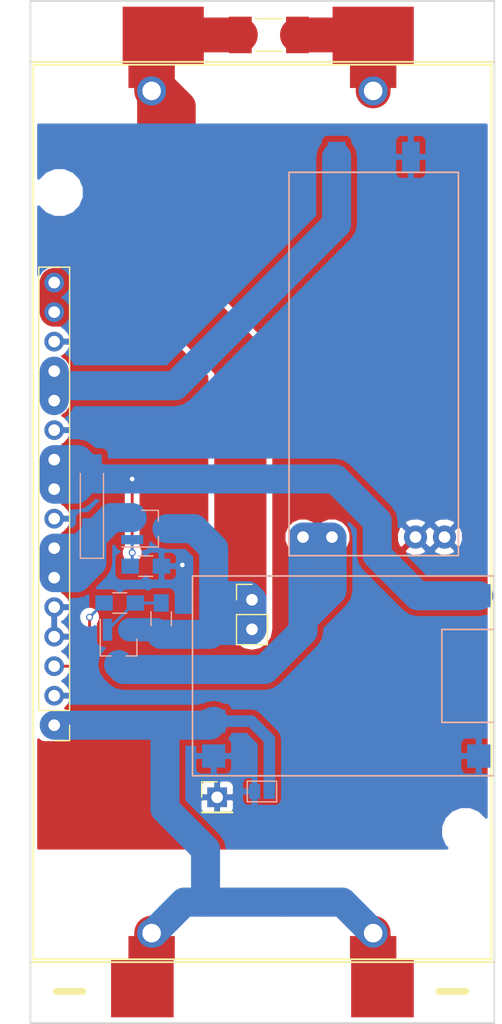
<source format=kicad_pcb>
(kicad_pcb (version 4) (host pcbnew 4.0.7)

  (general
    (links 51)
    (no_connects 0)
    (area 17.101401 16.55904 60.554211 105.275001)
    (thickness 1.6)
    (drawings 6)
    (tracks 125)
    (zones 0)
    (modules 15)
    (nets 11)
  )

  (page A4)
  (layers
    (0 F.Cu signal)
    (31 B.Cu signal)
    (32 B.Adhes user)
    (33 F.Adhes user)
    (34 B.Paste user)
    (35 F.Paste user)
    (36 B.SilkS user)
    (37 F.SilkS user)
    (38 B.Mask user)
    (39 F.Mask user)
    (40 Dwgs.User user)
    (41 Cmts.User user)
    (42 Eco1.User user)
    (43 Eco2.User user)
    (44 Edge.Cuts user)
    (45 Margin user)
    (46 B.CrtYd user)
    (47 F.CrtYd user)
    (48 B.Fab user)
    (49 F.Fab user)
  )

  (setup
    (last_trace_width 0.25)
    (user_trace_width 1)
    (user_trace_width 1.5)
    (user_trace_width 2)
    (user_trace_width 2.5)
    (trace_clearance 0.2)
    (zone_clearance 0.508)
    (zone_45_only no)
    (trace_min 0.2)
    (segment_width 0.2)
    (edge_width 0.15)
    (via_size 0.6)
    (via_drill 0.4)
    (via_min_size 0.4)
    (via_min_drill 0.3)
    (uvia_size 0.3)
    (uvia_drill 0.1)
    (uvias_allowed no)
    (uvia_min_size 0.2)
    (uvia_min_drill 0.1)
    (pcb_text_width 0.3)
    (pcb_text_size 1.5 1.5)
    (mod_edge_width 0.15)
    (mod_text_size 1 1)
    (mod_text_width 0.15)
    (pad_size 2.6 2.6)
    (pad_drill 1.3)
    (pad_to_mask_clearance 0.2)
    (aux_axis_origin 59.79902 17.20724)
    (grid_origin 59.8 17.2)
    (visible_elements 7FFFFF7F)
    (pcbplotparams
      (layerselection 0x010f0_80000001)
      (usegerberextensions true)
      (usegerberattributes true)
      (excludeedgelayer true)
      (linewidth 0.200000)
      (plotframeref false)
      (viasonmask false)
      (mode 1)
      (useauxorigin true)
      (hpglpennumber 1)
      (hpglpenspeed 20)
      (hpglpendiameter 15)
      (hpglpenoverlay 2)
      (psnegative false)
      (psa4output false)
      (plotreference false)
      (plotvalue false)
      (plotinvisibletext false)
      (padsonsilk false)
      (subtractmaskfromsilk false)
      (outputformat 1)
      (mirror false)
      (drillshape 0)
      (scaleselection 1)
      (outputdirectory gerbers/))
  )

  (net 0 "")
  (net 1 "Net-(BT1-Pad2)")
  (net 2 +BATT)
  (net 3 -BATT)
  (net 4 +VSW)
  (net 5 +5V)
  (net 6 GND)
  (net 7 DCDC_EN)
  (net 8 +5VA)
  (net 9 "Net-(Q2-Pad1)")
  (net 10 "Net-(Q2-Pad3)")

  (net_class Default "This is the default net class."
    (clearance 0.2)
    (trace_width 0.25)
    (via_dia 0.6)
    (via_drill 0.4)
    (uvia_dia 0.3)
    (uvia_drill 0.1)
    (add_net +5V)
    (add_net +5VA)
    (add_net +BATT)
    (add_net +VSW)
    (add_net -BATT)
    (add_net DCDC_EN)
    (add_net GND)
    (add_net "Net-(BT1-Pad2)")
    (add_net "Net-(Q2-Pad1)")
    (add_net "Net-(Q2-Pad3)")
  )

  (module footprints:KEYSTONE_1048 (layer F.Cu) (tedit 59A8AD20) (tstamp 590D2338)
    (at 39.8 61.2)
    (path /590D1921)
    (fp_text reference BT1 (at -17.62138 37.30804) (layer F.SilkS) hide
      (effects (font (size 1 1) (thickness 0.15)))
    )
    (fp_text value 2x_Battery_Holder (at 0.37862 -29.59196) (layer F.Fab) hide
      (effects (font (size 1 1) (thickness 0.15)))
    )
    (fp_line (start -19.75 -38.5) (end -19.75 38.5) (layer F.SilkS) (width 0.15))
    (fp_line (start -19.75 38.5) (end 19.75 38.5) (layer F.SilkS) (width 0.15))
    (fp_line (start 19.75 -38.5) (end 19.75 38.5) (layer F.SilkS) (width 0.15))
    (fp_line (start -19.75 -38.5) (end 19.75 -38.5) (layer F.SilkS) (width 0.15))
    (pad 1 smd rect (at -8.55 -41) (size 7 5) (layers F.Cu F.Paste F.Mask)
      (net 2 +BATT))
    (pad 2 smd rect (at 9.55 -41) (size 7 5) (layers F.Cu F.Paste F.Mask)
      (net 1 "Net-(BT1-Pad2)"))
    (pad 3 smd rect (at -10.35 41) (size 5.4 5) (layers F.Cu F.Paste F.Mask)
      (net 3 -BATT))
    (pad 4 smd rect (at 10.35 41) (size 5.4 5) (layers F.Cu F.Paste F.Mask)
      (net 3 -BATT))
    (pad "" np_thru_hole circle (at 17.2 -36) (size 1.7 1.7) (drill 1.7) (layers *.Cu *.Mask))
    (pad "" np_thru_hole circle (at -17.5 -27.5) (size 3 3) (drill 3) (layers *.Cu *.Mask))
    (pad "" np_thru_hole circle (at 17.5 27.5) (size 3 3) (drill 3) (layers *.Cu *.Mask))
    (pad 1 smd rect (at -9.55 -37.5) (size 4 2) (layers F.Cu F.Paste F.Mask)
      (net 2 +BATT))
    (pad 2 smd rect (at 9.55 -37.5) (size 4 2) (layers F.Cu F.Paste F.Mask)
      (net 1 "Net-(BT1-Pad2)"))
    (pad 3 smd rect (at -9.55 37.5) (size 4 2) (layers F.Cu F.Paste F.Mask)
      (net 3 -BATT))
    (pad 4 smd rect (at 9.55 37.5) (size 4 2) (layers F.Cu F.Paste F.Mask)
      (net 3 -BATT))
  )

  (module footprints:BLM_18650_PC4 (layer F.Cu) (tedit 59A8AD24) (tstamp 590D15A9)
    (at 39.8 61.2)
    (path /590D1DD3)
    (fp_text reference BT2 (at -17.67586 39.70804) (layer F.SilkS) hide
      (effects (font (size 1 1) (thickness 0.15)))
    )
    (fp_text value 2x_Battery_Holder (at -0.12138 -27.49196) (layer B.Fab) hide
      (effects (font (size 1 1) (thickness 0.15)) (justify mirror))
    )
    (fp_line (start -20 -38.75) (end -20 38.75) (layer F.SilkS) (width 0.15))
    (fp_line (start -20 38.75) (end 20 38.75) (layer F.SilkS) (width 0.15))
    (fp_line (start 20 -38.75) (end 20 38.75) (layer F.SilkS) (width 0.15))
    (fp_line (start -20 -38.75) (end 20 -38.75) (layer F.SilkS) (width 0.15))
    (pad 1 thru_hole circle (at -9.55 -36.25) (size 2.5 2.5) (drill 1.6) (layers *.Cu *.Mask)
      (net 2 +BATT))
    (pad 2 thru_hole circle (at 9.55 -36.25) (size 2.5 2.5) (drill 1.6) (layers *.Cu *.Mask)
      (net 1 "Net-(BT1-Pad2)"))
    (pad 3 thru_hole circle (at -9.55 36.25) (size 2.5 2.5) (drill 1.6) (layers *.Cu *.Mask)
      (net 3 -BATT))
    (pad 4 thru_hole circle (at 9.55 36.25) (size 2.5 2.5) (drill 1.6) (layers *.Cu *.Mask)
      (net 3 -BATT))
  )

  (module Fuse_Holders_and_Fuses:Fuse_0679H (layer F.Cu) (tedit 59AF20DF) (tstamp 59A89C3E)
    (at 40.35982 20.13404)
    (descr "0679H Series, 2410 Size")
    (tags Fuse)
    (path /59A89BD5)
    (attr smd)
    (fp_text reference F1 (at 0 -2.6) (layer F.SilkS) hide
      (effects (font (size 1 1) (thickness 0.15)))
    )
    (fp_text value 1A (at 0 2.6) (layer F.Fab) hide
      (effects (font (size 1 1) (thickness 0.15)))
    )
    (fp_line (start -3.7 1.85) (end -3.7 -1.85) (layer F.CrtYd) (width 0.05))
    (fp_line (start 3.7 1.85) (end -3.7 1.85) (layer F.CrtYd) (width 0.05))
    (fp_line (start 3.7 -1.85) (end 3.7 1.85) (layer F.CrtYd) (width 0.05))
    (fp_line (start -3.7 -1.85) (end 3.7 -1.85) (layer F.CrtYd) (width 0.05))
    (fp_line (start -1.2 1.4) (end 1.2 1.4) (layer F.SilkS) (width 0.12))
    (fp_line (start -1.2 -1.4) (end 1.2 -1.4) (layer F.SilkS) (width 0.12))
    (fp_line (start -3.05 1.27) (end -3.05 -1.27) (layer F.Fab) (width 0.1))
    (fp_line (start 3.05 1.27) (end -3.05 1.27) (layer F.Fab) (width 0.1))
    (fp_line (start 3.05 -1.27) (end 3.05 1.27) (layer F.Fab) (width 0.1))
    (fp_line (start -3.05 -1.27) (end 3.05 -1.27) (layer F.Fab) (width 0.1))
    (pad 2 smd rect (at 2.46 0) (size 1.96 3.15) (layers F.Cu F.Paste F.Mask)
      (net 1 "Net-(BT1-Pad2)"))
    (pad 1 smd rect (at -2.46 0) (size 1.96 3.15) (layers F.Cu F.Paste F.Mask)
      (net 2 +BATT))
  )

  (module Diodes_SMD:D_MiniMELF_Handsoldering (layer B.Cu) (tedit 5B022D6D) (tstamp 5ADFAC58)
    (at 25.09902 60.63224 90)
    (descr "Diode Mini-MELF Handsoldering")
    (tags "Diode Mini-MELF Handsoldering")
    (path /5ADFEDD6)
    (attr smd)
    (fp_text reference D1 (at 0 1.75 90) (layer B.SilkS) hide
      (effects (font (size 1 1) (thickness 0.15)) (justify mirror))
    )
    (fp_text value SS14 (at 0 -1.75 90) (layer B.Fab)
      (effects (font (size 1 1) (thickness 0.15)) (justify mirror))
    )
    (fp_text user %R (at 0 1.75 90) (layer B.Fab)
      (effects (font (size 1 1) (thickness 0.15)) (justify mirror))
    )
    (fp_line (start 2.75 1) (end -4.55 1) (layer B.SilkS) (width 0.12))
    (fp_line (start -4.55 1) (end -4.55 -1) (layer B.SilkS) (width 0.12))
    (fp_line (start -4.55 -1) (end 2.75 -1) (layer B.SilkS) (width 0.12))
    (fp_line (start 1.65 0.8) (end 1.65 -0.8) (layer B.Fab) (width 0.1))
    (fp_line (start 1.65 -0.8) (end -1.65 -0.8) (layer B.Fab) (width 0.1))
    (fp_line (start -1.65 -0.8) (end -1.65 0.8) (layer B.Fab) (width 0.1))
    (fp_line (start -1.65 0.8) (end 1.65 0.8) (layer B.Fab) (width 0.1))
    (fp_line (start 0.25 0) (end 0.75 0) (layer B.Fab) (width 0.1))
    (fp_line (start 0.25 -0.4) (end -0.35 0) (layer B.Fab) (width 0.1))
    (fp_line (start 0.25 0.4) (end 0.25 -0.4) (layer B.Fab) (width 0.1))
    (fp_line (start -0.35 0) (end 0.25 0.4) (layer B.Fab) (width 0.1))
    (fp_line (start -0.35 0) (end -0.35 -0.55) (layer B.Fab) (width 0.1))
    (fp_line (start -0.35 0) (end -0.35 0.55) (layer B.Fab) (width 0.1))
    (fp_line (start -0.75 0) (end -0.35 0) (layer B.Fab) (width 0.1))
    (fp_line (start -4.65 1.1) (end 4.65 1.1) (layer B.CrtYd) (width 0.05))
    (fp_line (start 4.65 1.1) (end 4.65 -1.1) (layer B.CrtYd) (width 0.05))
    (fp_line (start 4.65 -1.1) (end -4.65 -1.1) (layer B.CrtYd) (width 0.05))
    (fp_line (start -4.65 -1.1) (end -4.65 1.1) (layer B.CrtYd) (width 0.05))
    (pad 1 smd rect (at -2.75 0 90) (size 3.3 1.7) (layers B.Cu B.Paste B.Mask)
      (net 4 +VSW))
    (pad 2 smd rect (at 2.75 0 90) (size 3.3 1.7) (layers B.Cu B.Paste B.Mask)
      (net 5 +5V))
    (model ${KISYS3DMOD}/Diodes_SMD.3dshapes/D_MiniMELF.wrl
      (at (xyz 0 0 0))
      (scale (xyz 1 1 1))
      (rotate (xyz 0 0 0))
    )
  )

  (module Pin_Headers:Pin_Header_Straight_1x16_Pitch2.54mm (layer F.Cu) (tedit 5B022D2F) (tstamp 5ADFAC6C)
    (at 21.84902 79.55224 180)
    (descr "Through hole straight pin header, 1x16, 2.54mm pitch, single row")
    (tags "Through hole pin header THT 1x16 2.54mm single row")
    (path /5AE011C9)
    (fp_text reference J1 (at 0 -2.33 180) (layer F.SilkS) hide
      (effects (font (size 1 1) (thickness 0.15)))
    )
    (fp_text value Conn_01x16 (at 0 40.43 180) (layer F.Fab)
      (effects (font (size 1 1) (thickness 0.15)))
    )
    (fp_line (start -0.635 -1.27) (end 1.27 -1.27) (layer F.Fab) (width 0.1))
    (fp_line (start 1.27 -1.27) (end 1.27 39.37) (layer F.Fab) (width 0.1))
    (fp_line (start 1.27 39.37) (end -1.27 39.37) (layer F.Fab) (width 0.1))
    (fp_line (start -1.27 39.37) (end -1.27 -0.635) (layer F.Fab) (width 0.1))
    (fp_line (start -1.27 -0.635) (end -0.635 -1.27) (layer F.Fab) (width 0.1))
    (fp_line (start -1.33 39.43) (end 1.33 39.43) (layer F.SilkS) (width 0.12))
    (fp_line (start -1.33 1.27) (end -1.33 39.43) (layer F.SilkS) (width 0.12))
    (fp_line (start 1.33 1.27) (end 1.33 39.43) (layer F.SilkS) (width 0.12))
    (fp_line (start -1.33 1.27) (end 1.33 1.27) (layer F.SilkS) (width 0.12))
    (fp_line (start -1.33 0) (end -1.33 -1.33) (layer F.SilkS) (width 0.12))
    (fp_line (start -1.33 -1.33) (end 0 -1.33) (layer F.SilkS) (width 0.12))
    (fp_line (start -1.8 -1.8) (end -1.8 39.9) (layer F.CrtYd) (width 0.05))
    (fp_line (start -1.8 39.9) (end 1.8 39.9) (layer F.CrtYd) (width 0.05))
    (fp_line (start 1.8 39.9) (end 1.8 -1.8) (layer F.CrtYd) (width 0.05))
    (fp_line (start 1.8 -1.8) (end -1.8 -1.8) (layer F.CrtYd) (width 0.05))
    (fp_text user %R (at 0 19.05 270) (layer F.Fab)
      (effects (font (size 1 1) (thickness 0.15)))
    )
    (pad 1 thru_hole rect (at 0 0 180) (size 1.7 1.7) (drill 1) (layers *.Cu *.Mask)
      (net 3 -BATT))
    (pad 2 thru_hole oval (at 0 2.54 180) (size 1.7 1.7) (drill 1) (layers *.Cu *.Mask)
      (net 6 GND))
    (pad 3 thru_hole oval (at 0 5.08 180) (size 1.7 1.7) (drill 1) (layers *.Cu *.Mask)
      (net 7 DCDC_EN))
    (pad 4 thru_hole oval (at 0 7.62 180) (size 1.7 1.7) (drill 1) (layers *.Cu *.Mask)
      (net 6 GND))
    (pad 5 thru_hole oval (at 0 10.16 180) (size 1.7 1.7) (drill 1) (layers *.Cu *.Mask)
      (net 6 GND))
    (pad 6 thru_hole oval (at 0 12.7 180) (size 1.7 1.7) (drill 1) (layers *.Cu *.Mask)
      (net 4 +VSW))
    (pad 7 thru_hole oval (at 0 15.24 180) (size 1.7 1.7) (drill 1) (layers *.Cu *.Mask)
      (net 4 +VSW))
    (pad 8 thru_hole oval (at 0 17.78 180) (size 1.7 1.7) (drill 1) (layers *.Cu *.Mask)
      (net 6 GND))
    (pad 9 thru_hole oval (at 0 20.32 180) (size 1.7 1.7) (drill 1) (layers *.Cu *.Mask)
      (net 5 +5V))
    (pad 10 thru_hole oval (at 0 22.86 180) (size 1.7 1.7) (drill 1) (layers *.Cu *.Mask)
      (net 5 +5V))
    (pad 11 thru_hole oval (at 0 25.4 180) (size 1.7 1.7) (drill 1) (layers *.Cu *.Mask)
      (net 6 GND))
    (pad 12 thru_hole oval (at 0 27.94 180) (size 1.7 1.7) (drill 1) (layers *.Cu *.Mask)
      (net 8 +5VA))
    (pad 13 thru_hole oval (at 0 30.48 180) (size 1.7 1.7) (drill 1) (layers *.Cu *.Mask)
      (net 8 +5VA))
    (pad 14 thru_hole oval (at 0 33.02 180) (size 1.7 1.7) (drill 1) (layers *.Cu *.Mask)
      (net 6 GND))
    (pad 15 thru_hole oval (at 0 35.56 180) (size 1.7 1.7) (drill 1) (layers *.Cu *.Mask)
      (net 2 +BATT))
    (pad 16 thru_hole oval (at 0 38.1 180) (size 1.7 1.7) (drill 1) (layers *.Cu *.Mask)
      (net 2 +BATT))
    (model ${KISYS3DMOD}/Pin_Headers.3dshapes/Pin_Header_Straight_1x16_Pitch2.54mm.wrl
      (at (xyz 0 0 0))
      (scale (xyz 1 1 1))
      (rotate (xyz 0 0 0))
    )
  )

  (module Connect:GS2 (layer B.Cu) (tedit 5B022D36) (tstamp 5ADFAC72)
    (at 39.75902 85.25724 90)
    (descr "2-pin solder bridge")
    (tags "solder bridge")
    (path /5ADFF910)
    (attr smd)
    (fp_text reference JP1 (at 1.78 0 180) (layer B.SilkS) hide
      (effects (font (size 1 1) (thickness 0.15)) (justify mirror))
    )
    (fp_text value Jumper (at -1.8 0 360) (layer B.Fab)
      (effects (font (size 1 1) (thickness 0.15)) (justify mirror))
    )
    (fp_line (start 1.1 1.45) (end 1.1 -1.5) (layer B.CrtYd) (width 0.05))
    (fp_line (start 1.1 -1.5) (end -1.1 -1.5) (layer B.CrtYd) (width 0.05))
    (fp_line (start -1.1 -1.5) (end -1.1 1.45) (layer B.CrtYd) (width 0.05))
    (fp_line (start -1.1 1.45) (end 1.1 1.45) (layer B.CrtYd) (width 0.05))
    (fp_line (start -0.89 1.27) (end -0.89 -1.27) (layer B.SilkS) (width 0.12))
    (fp_line (start 0.89 -1.27) (end 0.89 1.27) (layer B.SilkS) (width 0.12))
    (fp_line (start 0.89 -1.27) (end -0.89 -1.27) (layer B.SilkS) (width 0.12))
    (fp_line (start -0.89 1.27) (end 0.89 1.27) (layer B.SilkS) (width 0.12))
    (pad 1 smd rect (at 0 0.64 90) (size 1.27 0.97) (layers B.Cu B.Paste B.Mask)
      (net 3 -BATT))
    (pad 2 smd rect (at 0 -0.64 90) (size 1.27 0.97) (layers B.Cu B.Paste B.Mask)
      (net 6 GND))
  )

  (module TO_SOT_Packages_SMD:SOT-23_Handsoldering (layer B.Cu) (tedit 5B022D62) (tstamp 5ADFAC79)
    (at 30.07402 62.63224)
    (descr "SOT-23, Handsoldering")
    (tags SOT-23)
    (path /5ADFED6D)
    (attr smd)
    (fp_text reference Q1 (at 0 2.5) (layer B.SilkS) hide
      (effects (font (size 1 1) (thickness 0.15)) (justify mirror))
    )
    (fp_text value IRLML6401 (at 0 -2.5) (layer B.Fab)
      (effects (font (size 1 1) (thickness 0.15)) (justify mirror))
    )
    (fp_text user %R (at 0 0 270) (layer B.Fab)
      (effects (font (size 0.5 0.5) (thickness 0.075)) (justify mirror))
    )
    (fp_line (start 0.76 -1.58) (end 0.76 -0.65) (layer B.SilkS) (width 0.12))
    (fp_line (start 0.76 1.58) (end 0.76 0.65) (layer B.SilkS) (width 0.12))
    (fp_line (start -2.7 1.75) (end 2.7 1.75) (layer B.CrtYd) (width 0.05))
    (fp_line (start 2.7 1.75) (end 2.7 -1.75) (layer B.CrtYd) (width 0.05))
    (fp_line (start 2.7 -1.75) (end -2.7 -1.75) (layer B.CrtYd) (width 0.05))
    (fp_line (start -2.7 -1.75) (end -2.7 1.75) (layer B.CrtYd) (width 0.05))
    (fp_line (start 0.76 1.58) (end -2.4 1.58) (layer B.SilkS) (width 0.12))
    (fp_line (start -0.7 0.95) (end -0.7 -1.5) (layer B.Fab) (width 0.1))
    (fp_line (start -0.15 1.52) (end 0.7 1.52) (layer B.Fab) (width 0.1))
    (fp_line (start -0.7 0.95) (end -0.15 1.52) (layer B.Fab) (width 0.1))
    (fp_line (start 0.7 1.52) (end 0.7 -1.52) (layer B.Fab) (width 0.1))
    (fp_line (start -0.7 -1.52) (end 0.7 -1.52) (layer B.Fab) (width 0.1))
    (fp_line (start 0.76 -1.58) (end -0.7 -1.58) (layer B.SilkS) (width 0.12))
    (pad 1 smd rect (at -1.5 0.95) (size 1.9 0.8) (layers B.Cu B.Paste B.Mask)
      (net 5 +5V))
    (pad 2 smd rect (at -1.5 -0.95) (size 1.9 0.8) (layers B.Cu B.Paste B.Mask)
      (net 4 +VSW))
    (pad 3 smd rect (at 1.5 0) (size 1.9 0.8) (layers B.Cu B.Paste B.Mask)
      (net 2 +BATT))
    (model ${KISYS3DMOD}/TO_SOT_Packages_SMD.3dshapes\SOT-23.wrl
      (at (xyz 0 0 0))
      (scale (xyz 1 1 1))
      (rotate (xyz 0 0 0))
    )
  )

  (module TO_SOT_Packages_SMD:SOT-23_Handsoldering (layer B.Cu) (tedit 5B022D50) (tstamp 5ADFAC80)
    (at 27.39902 72.83224 270)
    (descr "SOT-23, Handsoldering")
    (tags SOT-23)
    (path /5AE001AF)
    (attr smd)
    (fp_text reference Q2 (at 0 2.5 270) (layer B.SilkS) hide
      (effects (font (size 1 1) (thickness 0.15)) (justify mirror))
    )
    (fp_text value IRLML6401 (at 0 -2.5 270) (layer B.Fab)
      (effects (font (size 1 1) (thickness 0.15)) (justify mirror))
    )
    (fp_text user %R (at 0 0 540) (layer B.Fab)
      (effects (font (size 0.5 0.5) (thickness 0.075)) (justify mirror))
    )
    (fp_line (start 0.76 -1.58) (end 0.76 -0.65) (layer B.SilkS) (width 0.12))
    (fp_line (start 0.76 1.58) (end 0.76 0.65) (layer B.SilkS) (width 0.12))
    (fp_line (start -2.7 1.75) (end 2.7 1.75) (layer B.CrtYd) (width 0.05))
    (fp_line (start 2.7 1.75) (end 2.7 -1.75) (layer B.CrtYd) (width 0.05))
    (fp_line (start 2.7 -1.75) (end -2.7 -1.75) (layer B.CrtYd) (width 0.05))
    (fp_line (start -2.7 -1.75) (end -2.7 1.75) (layer B.CrtYd) (width 0.05))
    (fp_line (start 0.76 1.58) (end -2.4 1.58) (layer B.SilkS) (width 0.12))
    (fp_line (start -0.7 0.95) (end -0.7 -1.5) (layer B.Fab) (width 0.1))
    (fp_line (start -0.15 1.52) (end 0.7 1.52) (layer B.Fab) (width 0.1))
    (fp_line (start -0.7 0.95) (end -0.15 1.52) (layer B.Fab) (width 0.1))
    (fp_line (start 0.7 1.52) (end 0.7 -1.52) (layer B.Fab) (width 0.1))
    (fp_line (start -0.7 -1.52) (end 0.7 -1.52) (layer B.Fab) (width 0.1))
    (fp_line (start 0.76 -1.58) (end -0.7 -1.58) (layer B.SilkS) (width 0.12))
    (pad 1 smd rect (at -1.5 0.95 270) (size 1.9 0.8) (layers B.Cu B.Paste B.Mask)
      (net 9 "Net-(Q2-Pad1)"))
    (pad 2 smd rect (at -1.5 -0.95 270) (size 1.9 0.8) (layers B.Cu B.Paste B.Mask)
      (net 2 +BATT))
    (pad 3 smd rect (at 1.5 0 270) (size 1.9 0.8) (layers B.Cu B.Paste B.Mask)
      (net 10 "Net-(Q2-Pad3)"))
    (model ${KISYS3DMOD}/TO_SOT_Packages_SMD.3dshapes\SOT-23.wrl
      (at (xyz 0 0 0))
      (scale (xyz 1 1 1))
      (rotate (xyz 0 0 0))
    )
  )

  (module Resistors_SMD:R_0805_HandSoldering (layer B.Cu) (tedit 5B022D3D) (tstamp 5ADFAC86)
    (at 29.74902 65.85724)
    (descr "Resistor SMD 0805, hand soldering")
    (tags "resistor 0805")
    (path /5ADFF2E0)
    (attr smd)
    (fp_text reference R1 (at 0 1.7) (layer B.SilkS) hide
      (effects (font (size 1 1) (thickness 0.15)) (justify mirror))
    )
    (fp_text value 10K (at 0 -1.75) (layer B.Fab)
      (effects (font (size 1 1) (thickness 0.15)) (justify mirror))
    )
    (fp_text user %R (at 0 0) (layer B.Fab)
      (effects (font (size 0.5 0.5) (thickness 0.075)) (justify mirror))
    )
    (fp_line (start -1 -0.62) (end -1 0.62) (layer B.Fab) (width 0.1))
    (fp_line (start 1 -0.62) (end -1 -0.62) (layer B.Fab) (width 0.1))
    (fp_line (start 1 0.62) (end 1 -0.62) (layer B.Fab) (width 0.1))
    (fp_line (start -1 0.62) (end 1 0.62) (layer B.Fab) (width 0.1))
    (fp_line (start 0.6 -0.88) (end -0.6 -0.88) (layer B.SilkS) (width 0.12))
    (fp_line (start -0.6 0.88) (end 0.6 0.88) (layer B.SilkS) (width 0.12))
    (fp_line (start -2.35 0.9) (end 2.35 0.9) (layer B.CrtYd) (width 0.05))
    (fp_line (start -2.35 0.9) (end -2.35 -0.9) (layer B.CrtYd) (width 0.05))
    (fp_line (start 2.35 -0.9) (end 2.35 0.9) (layer B.CrtYd) (width 0.05))
    (fp_line (start 2.35 -0.9) (end -2.35 -0.9) (layer B.CrtYd) (width 0.05))
    (pad 1 smd rect (at -1.35 0) (size 1.5 1.3) (layers B.Cu B.Paste B.Mask)
      (net 5 +5V))
    (pad 2 smd rect (at 1.35 0) (size 1.5 1.3) (layers B.Cu B.Paste B.Mask)
      (net 6 GND))
    (model ${KISYS3DMOD}/Resistors_SMD.3dshapes/R_0805.wrl
      (at (xyz 0 0 0))
      (scale (xyz 1 1 1))
      (rotate (xyz 0 0 0))
    )
  )

  (module Resistors_SMD:R_0805_HandSoldering (layer B.Cu) (tedit 5B022D3A) (tstamp 5ADFAC8C)
    (at 31.07402 70.38224 90)
    (descr "Resistor SMD 0805, hand soldering")
    (tags "resistor 0805")
    (path /5AE00298)
    (attr smd)
    (fp_text reference R2 (at 0 1.7 90) (layer B.SilkS) hide
      (effects (font (size 1 1) (thickness 0.15)) (justify mirror))
    )
    (fp_text value 10K (at 0 -1.75 90) (layer B.Fab)
      (effects (font (size 1 1) (thickness 0.15)) (justify mirror))
    )
    (fp_text user %R (at 0 0 90) (layer B.Fab)
      (effects (font (size 0.5 0.5) (thickness 0.075)) (justify mirror))
    )
    (fp_line (start -1 -0.62) (end -1 0.62) (layer B.Fab) (width 0.1))
    (fp_line (start 1 -0.62) (end -1 -0.62) (layer B.Fab) (width 0.1))
    (fp_line (start 1 0.62) (end 1 -0.62) (layer B.Fab) (width 0.1))
    (fp_line (start -1 0.62) (end 1 0.62) (layer B.Fab) (width 0.1))
    (fp_line (start 0.6 -0.88) (end -0.6 -0.88) (layer B.SilkS) (width 0.12))
    (fp_line (start -0.6 0.88) (end 0.6 0.88) (layer B.SilkS) (width 0.12))
    (fp_line (start -2.35 0.9) (end 2.35 0.9) (layer B.CrtYd) (width 0.05))
    (fp_line (start -2.35 0.9) (end -2.35 -0.9) (layer B.CrtYd) (width 0.05))
    (fp_line (start 2.35 -0.9) (end 2.35 0.9) (layer B.CrtYd) (width 0.05))
    (fp_line (start 2.35 -0.9) (end -2.35 -0.9) (layer B.CrtYd) (width 0.05))
    (pad 1 smd rect (at -1.35 0 90) (size 1.5 1.3) (layers B.Cu B.Paste B.Mask)
      (net 2 +BATT))
    (pad 2 smd rect (at 1.35 0 90) (size 1.5 1.3) (layers B.Cu B.Paste B.Mask)
      (net 9 "Net-(Q2-Pad1)"))
    (model ${KISYS3DMOD}/Resistors_SMD.3dshapes/R_0805.wrl
      (at (xyz 0 0 0))
      (scale (xyz 1 1 1))
      (rotate (xyz 0 0 0))
    )
  )

  (module Resistors_SMD:R_0805_HandSoldering (layer B.Cu) (tedit 5B022D4B) (tstamp 5ADFAC92)
    (at 27.49902 69.03224 180)
    (descr "Resistor SMD 0805, hand soldering")
    (tags "resistor 0805")
    (path /5AE003FE)
    (attr smd)
    (fp_text reference R3 (at 0 1.7 180) (layer B.SilkS) hide
      (effects (font (size 1 1) (thickness 0.15)) (justify mirror))
    )
    (fp_text value 1K (at 0 -1.75 180) (layer B.Fab)
      (effects (font (size 1 1) (thickness 0.15)) (justify mirror))
    )
    (fp_text user %R (at 0 0 180) (layer B.Fab)
      (effects (font (size 0.5 0.5) (thickness 0.075)) (justify mirror))
    )
    (fp_line (start -1 -0.62) (end -1 0.62) (layer B.Fab) (width 0.1))
    (fp_line (start 1 -0.62) (end -1 -0.62) (layer B.Fab) (width 0.1))
    (fp_line (start 1 0.62) (end 1 -0.62) (layer B.Fab) (width 0.1))
    (fp_line (start -1 0.62) (end 1 0.62) (layer B.Fab) (width 0.1))
    (fp_line (start 0.6 -0.88) (end -0.6 -0.88) (layer B.SilkS) (width 0.12))
    (fp_line (start -0.6 0.88) (end 0.6 0.88) (layer B.SilkS) (width 0.12))
    (fp_line (start -2.35 0.9) (end 2.35 0.9) (layer B.CrtYd) (width 0.05))
    (fp_line (start -2.35 0.9) (end -2.35 -0.9) (layer B.CrtYd) (width 0.05))
    (fp_line (start 2.35 -0.9) (end 2.35 0.9) (layer B.CrtYd) (width 0.05))
    (fp_line (start 2.35 -0.9) (end -2.35 -0.9) (layer B.CrtYd) (width 0.05))
    (pad 1 smd rect (at -1.35 0 180) (size 1.5 1.3) (layers B.Cu B.Paste B.Mask)
      (net 9 "Net-(Q2-Pad1)"))
    (pad 2 smd rect (at 1.35 0 180) (size 1.5 1.3) (layers B.Cu B.Paste B.Mask)
      (net 7 DCDC_EN))
    (model ${KISYS3DMOD}/Resistors_SMD.3dshapes/R_0805.wrl
      (at (xyz 0 0 0))
      (scale (xyz 1 1 1))
      (rotate (xyz 0 0 0))
    )
  )

  (module footprints:TP4056_BREAKOUT (layer B.Cu) (tedit 5A86211B) (tstamp 5ADFAC9C)
    (at 46.77402 75.30724 180)
    (path /5ADFF08E)
    (fp_text reference U1 (at -11.176 -9.652 180) (layer B.SilkS) hide
      (effects (font (size 1 1) (thickness 0.15)) (justify mirror))
    )
    (fp_text value TP4056_BREAKOUT (at -6.604 9.652 180) (layer B.Fab)
      (effects (font (size 1 1) (thickness 0.15)) (justify mirror))
    )
    (fp_line (start -8.5 -4) (end -13 -4) (layer B.SilkS) (width 0.15))
    (fp_line (start -8.5 4) (end -8.5 -4) (layer B.SilkS) (width 0.15))
    (fp_line (start -13 4) (end -8.5 4) (layer B.SilkS) (width 0.15))
    (fp_line (start -13 8.6) (end 13 8.6) (layer B.SilkS) (width 0.15))
    (fp_line (start -13 -8.6) (end -13 8.6) (layer B.SilkS) (width 0.15))
    (fp_line (start 13 -8.6) (end -13 -8.6) (layer B.SilkS) (width 0.15))
    (fp_line (start 13 8.6) (end 13 -8.6) (layer B.SilkS) (width 0.15))
    (pad 1 smd rect (at -11.684 6.9 180) (size 2 2) (layers B.Cu B.Paste B.Mask)
      (net 5 +5V))
    (pad 2 smd rect (at -11.684 -6.9 180) (size 2 2) (layers B.Cu B.Paste B.Mask)
      (net 6 GND))
    (pad 3 smd rect (at 11.176 6.9 180) (size 2 2) (layers B.Cu B.Paste B.Mask)
      (net 2 +BATT))
    (pad 4 smd rect (at 11.176 3.9 180) (size 2 2) (layers B.Cu B.Paste B.Mask)
      (net 2 +BATT))
    (pad 5 smd rect (at 11.176 -3.9 180) (size 2 2) (layers B.Cu B.Paste B.Mask)
      (net 3 -BATT))
    (pad 6 smd rect (at 11.176 -6.9 180) (size 2 2) (layers B.Cu B.Paste B.Mask)
      (net 6 GND))
  )

  (module footprints:DC-DC-BREAKOUT (layer B.Cu) (tedit 5B022D66) (tstamp 5ADFACA6)
    (at 49.39902 48.45724 90)
    (path /5ADFECAC)
    (fp_text reference U2 (at -13.8 -8.575 90) (layer B.SilkS) hide
      (effects (font (size 1 1) (thickness 0.15)) (justify mirror))
    )
    (fp_text value DC_DC_BREAKOUT (at -9 9 90) (layer B.Fab)
      (effects (font (size 1 1) (thickness 0.15)) (justify mirror))
    )
    (fp_line (start 16.5 7.3) (end -16.5 7.3) (layer B.SilkS) (width 0.15))
    (fp_line (start 16.5 -7.3) (end 16.5 7.3) (layer B.SilkS) (width 0.15))
    (fp_line (start -16.5 -7.3) (end 16.5 -7.3) (layer B.SilkS) (width 0.15))
    (fp_line (start -16.5 7.3) (end -16.5 -7.3) (layer B.SilkS) (width 0.15))
    (pad 1 thru_hole circle (at -14.9 3.6 90) (size 2 2) (drill 1) (layers *.Cu *.Mask)
      (net 6 GND))
    (pad 1 thru_hole circle (at -14.9 6.1 90) (size 2 2) (drill 1) (layers *.Cu *.Mask)
      (net 6 GND))
    (pad 2 thru_hole circle (at -14.9 -6.1 90) (size 2 2) (drill 1) (layers *.Cu *.Mask)
      (net 10 "Net-(Q2-Pad3)"))
    (pad 2 thru_hole circle (at -14.9 -3.6 90) (size 2 2) (drill 1) (layers *.Cu *.Mask)
      (net 10 "Net-(Q2-Pad3)"))
    (pad 3 smd rect (at 17.825 3.2 90) (size 2.6 1.524) (layers B.Cu B.Paste B.Mask)
      (net 6 GND))
    (pad 4 smd rect (at 17.825 -3.2 90) (size 2.6 1.524) (layers B.Cu B.Paste B.Mask)
      (net 8 +5VA))
  )

  (module Pin_Headers:Pin_Header_Straight_1x02_Pitch2.54mm (layer F.Cu) (tedit 5B022D7A) (tstamp 5ADFB39E)
    (at 38.89902 68.75724)
    (descr "Through hole straight pin header, 1x02, 2.54mm pitch, single row")
    (tags "Through hole pin header THT 1x02 2.54mm single row")
    (path /5AE021AB)
    (fp_text reference J2 (at 0 -2.33) (layer F.SilkS) hide
      (effects (font (size 1 1) (thickness 0.15)))
    )
    (fp_text value CONN_01X02 (at 0 4.87) (layer F.Fab)
      (effects (font (size 1 1) (thickness 0.15)))
    )
    (fp_line (start -0.635 -1.27) (end 1.27 -1.27) (layer F.Fab) (width 0.1))
    (fp_line (start 1.27 -1.27) (end 1.27 3.81) (layer F.Fab) (width 0.1))
    (fp_line (start 1.27 3.81) (end -1.27 3.81) (layer F.Fab) (width 0.1))
    (fp_line (start -1.27 3.81) (end -1.27 -0.635) (layer F.Fab) (width 0.1))
    (fp_line (start -1.27 -0.635) (end -0.635 -1.27) (layer F.Fab) (width 0.1))
    (fp_line (start -1.33 3.87) (end 1.33 3.87) (layer F.SilkS) (width 0.12))
    (fp_line (start -1.33 1.27) (end -1.33 3.87) (layer F.SilkS) (width 0.12))
    (fp_line (start 1.33 1.27) (end 1.33 3.87) (layer F.SilkS) (width 0.12))
    (fp_line (start -1.33 1.27) (end 1.33 1.27) (layer F.SilkS) (width 0.12))
    (fp_line (start -1.33 0) (end -1.33 -1.33) (layer F.SilkS) (width 0.12))
    (fp_line (start -1.33 -1.33) (end 0 -1.33) (layer F.SilkS) (width 0.12))
    (fp_line (start -1.8 -1.8) (end -1.8 4.35) (layer F.CrtYd) (width 0.05))
    (fp_line (start -1.8 4.35) (end 1.8 4.35) (layer F.CrtYd) (width 0.05))
    (fp_line (start 1.8 4.35) (end 1.8 -1.8) (layer F.CrtYd) (width 0.05))
    (fp_line (start 1.8 -1.8) (end -1.8 -1.8) (layer F.CrtYd) (width 0.05))
    (fp_text user %R (at 0 1.27 90) (layer F.Fab)
      (effects (font (size 1 1) (thickness 0.15)))
    )
    (pad 1 thru_hole rect (at 0 0) (size 1.7 1.7) (drill 1) (layers *.Cu *.Mask)
      (net 2 +BATT))
    (pad 2 thru_hole oval (at 0 2.54) (size 1.7 1.7) (drill 1) (layers *.Cu *.Mask)
      (net 2 +BATT))
    (model ${KISYS3DMOD}/Pin_Headers.3dshapes/Pin_Header_Straight_1x02_Pitch2.54mm.wrl
      (at (xyz 0 0 0))
      (scale (xyz 1 1 1))
      (rotate (xyz 0 0 0))
    )
  )

  (module Pin_Headers:Pin_Header_Straight_1x01_Pitch2.54mm (layer F.Cu) (tedit 5B022D33) (tstamp 5ADFB3A3)
    (at 35.89902 85.75724)
    (descr "Through hole straight pin header, 1x01, 2.54mm pitch, single row")
    (tags "Through hole pin header THT 1x01 2.54mm single row")
    (path /5AE022A8)
    (fp_text reference J3 (at 0 -2.33) (layer F.SilkS) hide
      (effects (font (size 1 1) (thickness 0.15)))
    )
    (fp_text value Conn_01x01 (at 0 2.33) (layer F.Fab)
      (effects (font (size 1 1) (thickness 0.15)))
    )
    (fp_line (start -0.635 -1.27) (end 1.27 -1.27) (layer F.Fab) (width 0.1))
    (fp_line (start 1.27 -1.27) (end 1.27 1.27) (layer F.Fab) (width 0.1))
    (fp_line (start 1.27 1.27) (end -1.27 1.27) (layer F.Fab) (width 0.1))
    (fp_line (start -1.27 1.27) (end -1.27 -0.635) (layer F.Fab) (width 0.1))
    (fp_line (start -1.27 -0.635) (end -0.635 -1.27) (layer F.Fab) (width 0.1))
    (fp_line (start -1.33 1.33) (end 1.33 1.33) (layer F.SilkS) (width 0.12))
    (fp_line (start -1.33 1.27) (end -1.33 1.33) (layer F.SilkS) (width 0.12))
    (fp_line (start 1.33 1.27) (end 1.33 1.33) (layer F.SilkS) (width 0.12))
    (fp_line (start -1.33 1.27) (end 1.33 1.27) (layer F.SilkS) (width 0.12))
    (fp_line (start -1.33 0) (end -1.33 -1.33) (layer F.SilkS) (width 0.12))
    (fp_line (start -1.33 -1.33) (end 0 -1.33) (layer F.SilkS) (width 0.12))
    (fp_line (start -1.8 -1.8) (end -1.8 1.8) (layer F.CrtYd) (width 0.05))
    (fp_line (start -1.8 1.8) (end 1.8 1.8) (layer F.CrtYd) (width 0.05))
    (fp_line (start 1.8 1.8) (end 1.8 -1.8) (layer F.CrtYd) (width 0.05))
    (fp_line (start 1.8 -1.8) (end -1.8 -1.8) (layer F.CrtYd) (width 0.05))
    (fp_text user %R (at 0 0 90) (layer F.Fab)
      (effects (font (size 1 1) (thickness 0.15)))
    )
    (pad 1 thru_hole rect (at 0 0) (size 1.7 1.7) (drill 1) (layers *.Cu *.Mask)
      (net 6 GND))
    (model ${KISYS3DMOD}/Pin_Headers.3dshapes/Pin_Header_Straight_1x01_Pitch2.54mm.wrl
      (at (xyz 0 0 0))
      (scale (xyz 1 1 1))
      (rotate (xyz 0 0 0))
    )
  )

  (gr_line (start 19.79902 17.2) (end 19.79902 105.2) (layer Edge.Cuts) (width 0.15))
  (gr_text - (at 56.18402 102.25224) (layer F.SilkS) (tstamp 59A8ADBD)
    (effects (font (size 3 3) (thickness 0.6)))
  )
  (gr_text - (at 23.16402 102.25224) (layer F.SilkS) (tstamp 59A8ADAE)
    (effects (font (size 3 3) (thickness 0.6)))
  )
  (gr_line (start 59.8 105.2) (end 59.8 17.2) (layer Edge.Cuts) (width 0.15))
  (gr_line (start 59.8 105.2) (end 19.8 105.2) (layer Edge.Cuts) (width 0.15))
  (gr_line (start 19.79902 17.2) (end 59.8 17.2) (layer Edge.Cuts) (width 0.15))

  (segment (start 42.81982 20.13404) (end 49.28404 20.13404) (width 3) (layer F.Cu) (net 1))
  (segment (start 49.28404 20.13404) (end 49.35 20.2) (width 3) (layer F.Cu) (net 1))
  (segment (start 49.35 20.2) (end 49.35 24.95) (width 3) (layer F.Cu) (net 1))
  (segment (start 31.07402 71.73224) (end 35.27302 71.73224) (width 2.5) (layer B.Cu) (net 2))
  (segment (start 35.27302 71.73224) (end 35.59802 71.40724) (width 2.5) (layer B.Cu) (net 2))
  (segment (start 36.89902 48.75724) (end 36.89902 69.29724) (width 2.5) (layer F.Cu) (net 2))
  (segment (start 36.89902 69.29724) (end 38.89902 71.29724) (width 2.5) (layer F.Cu) (net 2))
  (segment (start 29.39902 41.25724) (end 36.89902 48.75724) (width 2.5) (layer F.Cu) (net 2))
  (segment (start 29.39902 41.23224) (end 30.87402 39.75724) (width 2.5) (layer F.Cu) (net 2))
  (segment (start 29.39902 41.23224) (end 29.39902 41.25724) (width 2.5) (layer F.Cu) (net 2))
  (segment (start 26.63902 43.99224) (end 29.39902 41.23224) (width 2.5) (layer F.Cu) (net 2))
  (segment (start 30.87402 39.75724) (end 32.79902 37.83224) (width 2.5) (layer F.Cu) (net 2))
  (segment (start 38.89902 68.75724) (end 38.89902 47.78224) (width 2.5) (layer F.Cu) (net 2))
  (segment (start 38.89902 47.78224) (end 30.87402 39.75724) (width 2.5) (layer F.Cu) (net 2))
  (segment (start 38.89902 71.29724) (end 38.89902 68.75724) (width 2.5) (layer F.Cu) (net 2))
  (segment (start 35.59802 68.40724) (end 35.59802 71.40724) (width 2.5) (layer B.Cu) (net 2))
  (segment (start 35.59802 69.75724) (end 35.59802 68.40724) (width 2) (layer B.Cu) (net 2))
  (segment (start 35.59802 71.40724) (end 35.59802 69.75724) (width 2) (layer B.Cu) (net 2))
  (segment (start 38.89902 68.75724) (end 38.89902 70.25724) (width 2.5) (layer B.Cu) (net 2))
  (segment (start 38.89902 70.25724) (end 38.89902 71.29724) (width 2.5) (layer B.Cu) (net 2))
  (segment (start 35.59802 69.75724) (end 38.39902 69.75724) (width 2.5) (layer B.Cu) (net 2))
  (segment (start 38.39902 69.75724) (end 38.89902 70.25724) (width 2.5) (layer B.Cu) (net 2))
  (segment (start 35.59802 68.40724) (end 38.54902 68.40724) (width 2.5) (layer B.Cu) (net 2))
  (segment (start 38.54902 68.40724) (end 38.89902 68.75724) (width 2.5) (layer B.Cu) (net 2))
  (segment (start 35.59802 71.40724) (end 38.78902 71.40724) (width 2.5) (layer B.Cu) (net 2))
  (segment (start 38.78902 71.40724) (end 38.89902 71.29724) (width 2.5) (layer B.Cu) (net 2))
  (segment (start 31.57402 62.63224) (end 33.89902 62.63224) (width 2.5) (layer B.Cu) (net 2))
  (segment (start 33.89902 62.63224) (end 35.59802 64.33124) (width 2.5) (layer B.Cu) (net 2))
  (segment (start 35.59802 64.33124) (end 35.59802 68.40724) (width 2.5) (layer B.Cu) (net 2))
  (segment (start 28.34902 71.33224) (end 30.67402 71.33224) (width 2) (layer B.Cu) (net 2))
  (segment (start 30.67402 71.33224) (end 31.07402 71.73224) (width 2) (layer B.Cu) (net 2))
  (segment (start 21.84902 43.99224) (end 21.84902 42.70724) (width 2.5) (layer F.Cu) (net 2))
  (segment (start 21.84902 42.70724) (end 21.84902 41.45224) (width 2.5) (layer F.Cu) (net 2))
  (segment (start 26.04902 42.70724) (end 21.84902 42.70724) (width 2.5) (layer F.Cu) (net 2))
  (segment (start 31.49902 37.25724) (end 26.04902 42.70724) (width 2.5) (layer F.Cu) (net 2))
  (segment (start 31.49902 26.95724) (end 31.49902 37.25724) (width 2.5) (layer F.Cu) (net 2))
  (segment (start 30.25 25.70822) (end 31.49902 26.95724) (width 2.5) (layer F.Cu) (net 2))
  (segment (start 30.25 24.95) (end 30.25 25.70822) (width 2.5) (layer F.Cu) (net 2))
  (segment (start 32.79902 37.83224) (end 32.79902 26.24902) (width 2.5) (layer F.Cu) (net 2))
  (segment (start 32.79902 26.24902) (end 30.25 23.7) (width 2.5) (layer F.Cu) (net 2))
  (segment (start 21.84902 43.99224) (end 26.63902 43.99224) (width 2.5) (layer F.Cu) (net 2))
  (segment (start 25.55402 41.45224) (end 30.25 36.75626) (width 2.5) (layer F.Cu) (net 2))
  (segment (start 30.25 36.75626) (end 30.25 24.95) (width 2.5) (layer F.Cu) (net 2))
  (segment (start 21.84902 41.45224) (end 25.55402 41.45224) (width 2.5) (layer F.Cu) (net 2))
  (segment (start 37.89982 20.13404) (end 31.31596 20.13404) (width 3) (layer F.Cu) (net 2))
  (segment (start 31.31596 20.13404) (end 31.25 20.2) (width 3) (layer F.Cu) (net 2))
  (segment (start 30.25 20.2) (end 30.25 24.95) (width 3) (layer F.Cu) (net 2))
  (segment (start 35.59802 79.20724) (end 38.84902 79.20724) (width 1) (layer B.Cu) (net 3))
  (segment (start 38.84902 79.20724) (end 40.39902 80.75724) (width 1) (layer B.Cu) (net 3))
  (segment (start 40.39902 80.75724) (end 40.39902 85.25724) (width 1) (layer B.Cu) (net 3))
  (segment (start 21.84902 79.55224) (end 31.39902 79.55224) (width 2.5) (layer B.Cu) (net 3))
  (segment (start 33.04902 94.78224) (end 34.89902 94.78224) (width 2.5) (layer B.Cu) (net 3))
  (segment (start 34.89902 94.78224) (end 41.57402 94.78224) (width 2.5) (layer B.Cu) (net 3))
  (segment (start 31.39902 86.75724) (end 34.89902 90.25724) (width 2.5) (layer B.Cu) (net 3))
  (segment (start 34.89902 90.25724) (end 34.89902 94.78224) (width 2.5) (layer B.Cu) (net 3))
  (segment (start 31.39902 79.55224) (end 31.39902 86.75724) (width 2.5) (layer B.Cu) (net 3))
  (segment (start 35.25302 79.55224) (end 31.39902 79.55224) (width 2.5) (layer B.Cu) (net 3))
  (segment (start 35.59802 79.20724) (end 35.25302 79.55224) (width 2.5) (layer B.Cu) (net 3))
  (segment (start 41.57402 94.78224) (end 46.68224 94.78224) (width 2.5) (layer B.Cu) (net 3))
  (segment (start 46.68224 94.78224) (end 49.35 97.45) (width 2.5) (layer B.Cu) (net 3))
  (segment (start 30.38126 97.45) (end 33.04902 94.78224) (width 2.5) (layer B.Cu) (net 3))
  (segment (start 30.25 97.45) (end 30.38126 97.45) (width 2.5) (layer B.Cu) (net 3))
  (segment (start 49.35 97.45) (end 49.35 102.2) (width 3) (layer F.Cu) (net 3))
  (segment (start 30.25 102.2) (end 30.25 97.45) (width 3) (layer F.Cu) (net 3))
  (segment (start 28.57402 61.68224) (end 26.79902 61.68224) (width 2.5) (layer B.Cu) (net 4))
  (segment (start 26.79902 61.68224) (end 25.09902 63.38224) (width 2.5) (layer B.Cu) (net 4))
  (segment (start 21.84902 65.58224) (end 22.50902 65.58224) (width 2.5) (layer B.Cu) (net 4))
  (segment (start 22.50902 65.58224) (end 23.77902 66.85224) (width 2.5) (layer B.Cu) (net 4))
  (segment (start 23.77902 66.85224) (end 25.09902 65.53224) (width 2.5) (layer B.Cu) (net 4))
  (segment (start 25.09902 65.53224) (end 25.09902 63.38224) (width 2.5) (layer B.Cu) (net 4))
  (segment (start 21.84902 66.85224) (end 23.77902 66.85224) (width 2.5) (layer B.Cu) (net 4))
  (segment (start 21.84902 64.31224) (end 24.16902 64.31224) (width 2.5) (layer B.Cu) (net 4))
  (segment (start 24.16902 64.31224) (end 25.09902 63.38224) (width 2.5) (layer B.Cu) (net 4))
  (segment (start 21.84902 65.58224) (end 21.84902 66.85224) (width 2.5) (layer B.Cu) (net 4))
  (segment (start 21.84902 64.31224) (end 21.84902 65.58224) (width 2.5) (layer B.Cu) (net 4))
  (segment (start 28.57402 64.70724) (end 28.57402 65.68224) (width 0.25) (layer B.Cu) (net 5))
  (segment (start 28.57402 65.68224) (end 28.39902 65.85724) (width 0.25) (layer B.Cu) (net 5))
  (segment (start 46.07402 58.35724) (end 28.57402 58.35724) (width 2.5) (layer B.Cu) (net 5))
  (segment (start 28.57402 58.35724) (end 25.57402 58.35724) (width 2.5) (layer B.Cu) (net 5))
  (segment (start 28.57402 64.70724) (end 28.57402 58.35724) (width 0.25) (layer F.Cu) (net 5))
  (via (at 28.57402 58.35724) (size 0.6) (drill 0.4) (layers F.Cu B.Cu) (net 5))
  (segment (start 28.57402 63.58224) (end 28.57402 64.70724) (width 0.25) (layer B.Cu) (net 5))
  (via (at 28.57402 64.70724) (size 0.6) (drill 0.4) (layers F.Cu B.Cu) (net 5))
  (segment (start 21.84902 56.69224) (end 23.12402 56.69224) (width 2.5) (layer B.Cu) (net 5))
  (segment (start 23.12402 56.69224) (end 23.90902 56.69224) (width 2.5) (layer B.Cu) (net 5))
  (segment (start 21.84902 59.23224) (end 21.84902 57.96724) (width 2.5) (layer B.Cu) (net 5))
  (segment (start 21.84902 57.96724) (end 23.12402 56.69224) (width 2.5) (layer B.Cu) (net 5))
  (segment (start 23.90902 56.69224) (end 25.09902 57.88224) (width 2.5) (layer B.Cu) (net 5))
  (segment (start 21.84902 59.23224) (end 23.74902 59.23224) (width 2.5) (layer B.Cu) (net 5))
  (segment (start 23.74902 59.23224) (end 25.09902 57.88224) (width 2.5) (layer B.Cu) (net 5))
  (segment (start 58.45802 68.40724) (end 53.19902 68.40724) (width 2.5) (layer B.Cu) (net 5))
  (segment (start 53.19902 68.40724) (end 49.69902 64.90724) (width 2.5) (layer B.Cu) (net 5))
  (segment (start 49.69902 64.90724) (end 49.69902 61.98224) (width 2.5) (layer B.Cu) (net 5))
  (segment (start 49.69902 61.98224) (end 46.07402 58.35724) (width 2.5) (layer B.Cu) (net 5))
  (segment (start 25.57402 58.35724) (end 25.09902 57.88224) (width 2.5) (layer B.Cu) (net 5))
  (segment (start 21.84902 57.98224) (end 21.84902 59.23224) (width 2.5) (layer B.Cu) (net 5))
  (segment (start 21.84902 56.69224) (end 21.84902 57.98224) (width 2.5) (layer B.Cu) (net 5))
  (segment (start 31.09902 65.85724) (end 32.79902 65.85724) (width 0.25) (layer B.Cu) (net 6))
  (segment (start 32.79902 65.85724) (end 32.89902 65.75724) (width 0.25) (layer B.Cu) (net 6))
  (via (at 32.89902 65.75724) (size 0.6) (drill 0.4) (layers F.Cu B.Cu) (net 6))
  (segment (start 24.89902 70.25724) (end 24.89902 73.327765) (width 0.25) (layer F.Cu) (net 7))
  (segment (start 24.89902 73.327765) (end 23.754545 74.47224) (width 0.25) (layer F.Cu) (net 7))
  (segment (start 23.754545 74.47224) (end 21.84902 74.47224) (width 0.25) (layer F.Cu) (net 7))
  (segment (start 26.14902 69.03224) (end 26.12402 69.03224) (width 0.25) (layer B.Cu) (net 7))
  (segment (start 26.12402 69.03224) (end 24.89902 70.25724) (width 0.25) (layer B.Cu) (net 7))
  (via (at 24.89902 70.25724) (size 0.6) (drill 0.4) (layers F.Cu B.Cu) (net 7))
  (segment (start 26.14902 69.03224) (end 26.09902 69.03224) (width 0.25) (layer B.Cu) (net 7))
  (segment (start 32.27402 50.33224) (end 46.19902 36.40724) (width 2.5) (layer B.Cu) (net 8))
  (segment (start 46.19902 36.40724) (end 46.19902 30.63224) (width 2.5) (layer B.Cu) (net 8))
  (segment (start 21.84902 50.33224) (end 21.84902 51.61224) (width 2.5) (layer B.Cu) (net 8))
  (segment (start 21.84902 49.07224) (end 21.84902 50.33224) (width 2.5) (layer B.Cu) (net 8))
  (segment (start 21.84902 50.33224) (end 32.27402 50.33224) (width 2.5) (layer B.Cu) (net 8))
  (segment (start 28.84902 69.03224) (end 31.07402 69.03224) (width 0.25) (layer B.Cu) (net 9))
  (segment (start 26.44902 71.33224) (end 26.475173 71.33224) (width 0.25) (layer B.Cu) (net 9))
  (segment (start 26.475173 71.33224) (end 28.775173 69.03224) (width 0.25) (layer B.Cu) (net 9))
  (segment (start 28.775173 69.03224) (end 28.84902 69.03224) (width 0.25) (layer B.Cu) (net 9))
  (segment (start 41.39902 73.357802) (end 43.29902 71.457802) (width 2.5) (layer B.Cu) (net 10))
  (segment (start 27.39902 74.33224) (end 27.82402 74.75724) (width 2.5) (layer B.Cu) (net 10))
  (segment (start 27.82402 74.75724) (end 39.999582 74.75724) (width 2.5) (layer B.Cu) (net 10))
  (segment (start 39.999582 74.75724) (end 41.39902 73.357802) (width 2.5) (layer B.Cu) (net 10))
  (segment (start 43.29902 71.457802) (end 43.29902 70.45724) (width 2.5) (layer B.Cu) (net 10))
  (segment (start 45.79902 63.35724) (end 45.79902 67.95724) (width 2.5) (layer B.Cu) (net 10))
  (segment (start 45.79902 67.95724) (end 43.29902 70.45724) (width 2.5) (layer B.Cu) (net 10))
  (segment (start 43.29902 63.35724) (end 45.79902 63.35724) (width 2.5) (layer B.Cu) (net 10))
  (segment (start 43.29902 70.45724) (end 43.29902 63.35724) (width 2.5) (layer B.Cu) (net 10))

  (zone (net 6) (net_name GND) (layer F.Cu) (tstamp 0) (hatch edge 0.508)
    (connect_pads (clearance 0.508))
    (min_thickness 0.254)
    (fill yes (arc_segments 16) (thermal_gap 0.508) (thermal_bridge_width 0.508))
    (polygon
      (pts
        (xy 19.89902 27.75724) (xy 59.89902 27.75724) (xy 59.89902 90.25724) (xy 19.89902 90.25724)
      )
    )
    (filled_polygon
      (pts
        (xy 59.09 87.471143) (xy 58.510959 86.891091) (xy 57.726541 86.565372) (xy 56.877185 86.56463) (xy 56.0922 86.88898)
        (xy 55.491091 87.489041) (xy 55.165372 88.273459) (xy 55.16463 89.122815) (xy 55.48898 89.9078) (xy 55.711032 90.13024)
        (xy 20.50902 90.13024) (xy 20.50902 86.04299) (xy 34.41402 86.04299) (xy 34.41402 86.73355) (xy 34.510693 86.966939)
        (xy 34.689322 87.145567) (xy 34.922711 87.24224) (xy 35.61327 87.24224) (xy 35.77202 87.08349) (xy 35.77202 85.88424)
        (xy 36.02602 85.88424) (xy 36.02602 87.08349) (xy 36.18477 87.24224) (xy 36.875329 87.24224) (xy 37.108718 87.145567)
        (xy 37.287347 86.966939) (xy 37.38402 86.73355) (xy 37.38402 86.04299) (xy 37.22527 85.88424) (xy 36.02602 85.88424)
        (xy 35.77202 85.88424) (xy 34.57277 85.88424) (xy 34.41402 86.04299) (xy 20.50902 86.04299) (xy 20.50902 84.78093)
        (xy 34.41402 84.78093) (xy 34.41402 85.47149) (xy 34.57277 85.63024) (xy 35.77202 85.63024) (xy 35.77202 84.43099)
        (xy 36.02602 84.43099) (xy 36.02602 85.63024) (xy 37.22527 85.63024) (xy 37.38402 85.47149) (xy 37.38402 84.78093)
        (xy 37.287347 84.547541) (xy 37.108718 84.368913) (xy 36.875329 84.27224) (xy 36.18477 84.27224) (xy 36.02602 84.43099)
        (xy 35.77202 84.43099) (xy 35.61327 84.27224) (xy 34.922711 84.27224) (xy 34.689322 84.368913) (xy 34.510693 84.547541)
        (xy 34.41402 84.78093) (xy 20.50902 84.78093) (xy 20.50902 80.813416) (xy 20.53493 80.853681) (xy 20.74713 80.998671)
        (xy 20.99902 81.04968) (xy 22.69902 81.04968) (xy 22.934337 81.005402) (xy 23.150461 80.86633) (xy 23.295451 80.65413)
        (xy 23.34646 80.40224) (xy 23.34646 78.70224) (xy 23.302182 78.466923) (xy 23.16311 78.250799) (xy 22.95091 78.105809)
        (xy 22.842913 78.083939) (xy 23.120665 77.779164) (xy 23.290496 77.36913) (xy 23.169175 77.13924) (xy 21.97602 77.13924)
        (xy 21.97602 77.15924) (xy 21.72202 77.15924) (xy 21.72202 77.13924) (xy 21.70202 77.13924) (xy 21.70202 76.88524)
        (xy 21.72202 76.88524) (xy 21.72202 76.86524) (xy 21.97602 76.86524) (xy 21.97602 76.88524) (xy 23.169175 76.88524)
        (xy 23.290496 76.65535) (xy 23.120665 76.245316) (xy 22.730378 75.817057) (xy 22.587467 75.749942) (xy 22.928167 75.522294)
        (xy 23.121974 75.23224) (xy 23.754545 75.23224) (xy 24.045384 75.174388) (xy 24.291946 75.009641) (xy 25.436421 73.865166)
        (xy 25.601168 73.618604) (xy 25.65902 73.327765) (xy 25.65902 70.819703) (xy 25.691212 70.787567) (xy 25.833858 70.444039)
        (xy 25.834182 70.072073) (xy 25.692137 69.728297) (xy 25.429347 69.465048) (xy 25.085819 69.322402) (xy 24.713853 69.322078)
        (xy 24.370077 69.464123) (xy 24.106828 69.726913) (xy 23.964182 70.070441) (xy 23.963858 70.442407) (xy 24.105903 70.786183)
        (xy 24.13902 70.819358) (xy 24.13902 73.012963) (xy 23.439743 73.71224) (xy 23.121974 73.71224) (xy 22.928167 73.422186)
        (xy 22.587467 73.194538) (xy 22.730378 73.127423) (xy 23.120665 72.699164) (xy 23.290496 72.28913) (xy 23.169175 72.05924)
        (xy 21.97602 72.05924) (xy 21.97602 72.07924) (xy 21.72202 72.07924) (xy 21.72202 72.05924) (xy 21.70202 72.05924)
        (xy 21.70202 71.80524) (xy 21.72202 71.80524) (xy 21.72202 69.51924) (xy 21.97602 69.51924) (xy 21.97602 71.80524)
        (xy 23.169175 71.80524) (xy 23.290496 71.57535) (xy 23.120665 71.165316) (xy 22.730378 70.737057) (xy 22.571066 70.66224)
        (xy 22.730378 70.587423) (xy 23.120665 70.159164) (xy 23.290496 69.74913) (xy 23.169175 69.51924) (xy 21.97602 69.51924)
        (xy 21.72202 69.51924) (xy 21.70202 69.51924) (xy 21.70202 69.26524) (xy 21.72202 69.26524) (xy 21.72202 69.24524)
        (xy 21.97602 69.24524) (xy 21.97602 69.26524) (xy 23.169175 69.26524) (xy 23.290496 69.03535) (xy 23.120665 68.625316)
        (xy 22.730378 68.197057) (xy 22.587467 68.129942) (xy 22.928167 67.902294) (xy 23.250074 67.420525) (xy 23.363113 66.85224)
        (xy 23.250074 66.283955) (xy 22.928167 65.802186) (xy 22.598994 65.58224) (xy 22.928167 65.362294) (xy 23.250074 64.880525)
        (xy 23.363113 64.31224) (xy 23.250074 63.743955) (xy 22.928167 63.262186) (xy 22.587467 63.034538) (xy 22.730378 62.967423)
        (xy 23.120665 62.539164) (xy 23.290496 62.12913) (xy 23.169175 61.89924) (xy 21.97602 61.89924) (xy 21.97602 61.91924)
        (xy 21.72202 61.91924) (xy 21.72202 61.89924) (xy 21.70202 61.89924) (xy 21.70202 61.64524) (xy 21.72202 61.64524)
        (xy 21.72202 61.62524) (xy 21.97602 61.62524) (xy 21.97602 61.64524) (xy 23.169175 61.64524) (xy 23.290496 61.41535)
        (xy 23.120665 61.005316) (xy 22.730378 60.577057) (xy 22.587467 60.509942) (xy 22.928167 60.282294) (xy 23.250074 59.800525)
        (xy 23.363113 59.23224) (xy 23.250074 58.663955) (xy 23.168859 58.542407) (xy 27.638858 58.542407) (xy 27.780903 58.886183)
        (xy 27.81402 58.919358) (xy 27.81402 64.144777) (xy 27.781828 64.176913) (xy 27.639182 64.520441) (xy 27.638858 64.892407)
        (xy 27.780903 65.236183) (xy 28.043693 65.499432) (xy 28.387221 65.642078) (xy 28.759187 65.642402) (xy 29.102963 65.500357)
        (xy 29.366212 65.237567) (xy 29.508858 64.894039) (xy 29.509182 64.522073) (xy 29.367137 64.178297) (xy 29.33402 64.145122)
        (xy 29.33402 58.919703) (xy 29.366212 58.887567) (xy 29.508858 58.544039) (xy 29.509182 58.172073) (xy 29.367137 57.828297)
        (xy 29.104347 57.565048) (xy 28.760819 57.422402) (xy 28.388853 57.422078) (xy 28.045077 57.564123) (xy 27.781828 57.826913)
        (xy 27.639182 58.170441) (xy 27.638858 58.542407) (xy 23.168859 58.542407) (xy 22.928167 58.182186) (xy 22.598994 57.96224)
        (xy 22.928167 57.742294) (xy 23.250074 57.260525) (xy 23.363113 56.69224) (xy 23.250074 56.123955) (xy 22.928167 55.642186)
        (xy 22.587467 55.414538) (xy 22.730378 55.347423) (xy 23.120665 54.919164) (xy 23.290496 54.50913) (xy 23.169175 54.27924)
        (xy 21.97602 54.27924) (xy 21.97602 54.29924) (xy 21.72202 54.29924) (xy 21.72202 54.27924) (xy 21.70202 54.27924)
        (xy 21.70202 54.02524) (xy 21.72202 54.02524) (xy 21.72202 54.00524) (xy 21.97602 54.00524) (xy 21.97602 54.02524)
        (xy 23.169175 54.02524) (xy 23.290496 53.79535) (xy 23.120665 53.385316) (xy 22.730378 52.957057) (xy 22.587467 52.889942)
        (xy 22.928167 52.662294) (xy 23.250074 52.180525) (xy 23.363113 51.61224) (xy 23.250074 51.043955) (xy 22.928167 50.562186)
        (xy 22.598994 50.34224) (xy 22.928167 50.122294) (xy 23.250074 49.640525) (xy 23.363113 49.07224) (xy 23.250074 48.503955)
        (xy 22.928167 48.022186) (xy 22.587467 47.794538) (xy 22.730378 47.727423) (xy 23.120665 47.299164) (xy 23.290496 46.88913)
        (xy 23.169175 46.65924) (xy 21.97602 46.65924) (xy 21.97602 46.67924) (xy 21.72202 46.67924) (xy 21.72202 46.65924)
        (xy 21.70202 46.65924) (xy 21.70202 46.40524) (xy 21.72202 46.40524) (xy 21.72202 46.38524) (xy 21.97602 46.38524)
        (xy 21.97602 46.40524) (xy 23.169175 46.40524) (xy 23.290496 46.17535) (xy 23.167023 45.87724) (xy 26.63902 45.87724)
        (xy 27.360379 45.733753) (xy 27.971916 45.325136) (xy 29.38652 43.910532) (xy 35.01402 49.538032) (xy 35.01402 69.29724)
        (xy 35.157507 70.018599) (xy 35.566124 70.630136) (xy 37.566124 72.630136) (xy 38.177661 73.038753) (xy 38.89902 73.18224)
        (xy 39.620378 73.038753) (xy 40.231916 72.630136) (xy 40.640533 72.018598) (xy 40.78402 71.29724) (xy 40.78402 63.681035)
        (xy 41.663736 63.681035) (xy 41.912126 64.282183) (xy 42.371657 64.742518) (xy 42.972372 64.991956) (xy 43.622815 64.992524)
        (xy 44.223963 64.744134) (xy 44.549184 64.419481) (xy 44.871657 64.742518) (xy 45.472372 64.991956) (xy 46.122815 64.992524)
        (xy 46.723963 64.744134) (xy 46.958735 64.509772) (xy 52.026093 64.509772) (xy 52.124756 64.776627) (xy 52.734481 65.003148)
        (xy 53.38448 64.979096) (xy 53.873284 64.776627) (xy 53.971947 64.509772) (xy 54.526093 64.509772) (xy 54.624756 64.776627)
        (xy 55.234481 65.003148) (xy 55.88448 64.979096) (xy 56.373284 64.776627) (xy 56.471947 64.509772) (xy 55.49902 63.536845)
        (xy 54.526093 64.509772) (xy 53.971947 64.509772) (xy 52.99902 63.536845) (xy 52.026093 64.509772) (xy 46.958735 64.509772)
        (xy 47.184298 64.284603) (xy 47.433736 63.683888) (xy 47.434252 63.092701) (xy 51.353112 63.092701) (xy 51.377164 63.7427)
        (xy 51.579633 64.231504) (xy 51.846488 64.330167) (xy 52.819415 63.35724) (xy 53.178625 63.35724) (xy 54.151552 64.330167)
        (xy 54.24902 64.294131) (xy 54.346488 64.330167) (xy 55.319415 63.35724) (xy 55.678625 63.35724) (xy 56.651552 64.330167)
        (xy 56.918407 64.231504) (xy 57.144928 63.621779) (xy 57.120876 62.97178) (xy 56.918407 62.482976) (xy 56.651552 62.384313)
        (xy 55.678625 63.35724) (xy 55.319415 63.35724) (xy 54.346488 62.384313) (xy 54.24902 62.420349) (xy 54.151552 62.384313)
        (xy 53.178625 63.35724) (xy 52.819415 63.35724) (xy 51.846488 62.384313) (xy 51.579633 62.482976) (xy 51.353112 63.092701)
        (xy 47.434252 63.092701) (xy 47.434304 63.033445) (xy 47.185914 62.432297) (xy 46.958723 62.204708) (xy 52.026093 62.204708)
        (xy 52.99902 63.177635) (xy 53.971947 62.204708) (xy 54.526093 62.204708) (xy 55.49902 63.177635) (xy 56.471947 62.204708)
        (xy 56.373284 61.937853) (xy 55.763559 61.711332) (xy 55.11356 61.735384) (xy 54.624756 61.937853) (xy 54.526093 62.204708)
        (xy 53.971947 62.204708) (xy 53.873284 61.937853) (xy 53.263559 61.711332) (xy 52.61356 61.735384) (xy 52.124756 61.937853)
        (xy 52.026093 62.204708) (xy 46.958723 62.204708) (xy 46.726383 61.971962) (xy 46.125668 61.722524) (xy 45.475225 61.721956)
        (xy 44.874077 61.970346) (xy 44.548856 62.294999) (xy 44.226383 61.971962) (xy 43.625668 61.722524) (xy 42.975225 61.721956)
        (xy 42.374077 61.970346) (xy 41.913742 62.429877) (xy 41.664304 63.030592) (xy 41.663736 63.681035) (xy 40.78402 63.681035)
        (xy 40.78402 47.78224) (xy 40.640533 47.060882) (xy 40.231916 46.449344) (xy 33.539812 39.75724) (xy 34.131916 39.165136)
        (xy 34.540533 38.553599) (xy 34.68402 37.83224) (xy 34.68402 27.88424) (xy 59.09 27.88424)
      )
    )
  )
  (zone (net 6) (net_name GND) (layer B.Cu) (tstamp 0) (hatch edge 0.508)
    (connect_pads (clearance 0.508))
    (min_thickness 0.254)
    (fill yes (arc_segments 16) (thermal_gap 0.508) (thermal_bridge_width 0.508))
    (polygon
      (pts
        (xy 59.89902 27.75724) (xy 59.89902 90.25724) (xy 19.89902 90.25724) (xy 19.89902 27.75724)
      )
    )
    (filled_polygon
      (pts
        (xy 47.81402 62.763032) (xy 47.81402 64.90724) (xy 47.957507 65.628599) (xy 48.366124 66.240136) (xy 51.866123 69.740136)
        (xy 52.188886 69.955799) (xy 52.477662 70.148753) (xy 53.19902 70.29224) (xy 58.45802 70.29224) (xy 59.09 70.166531)
        (xy 59.09 80.57224) (xy 58.74377 80.57224) (xy 58.58502 80.73099) (xy 58.58502 82.08024) (xy 58.60502 82.08024)
        (xy 58.60502 82.33424) (xy 58.58502 82.33424) (xy 58.58502 83.68349) (xy 58.74377 83.84224) (xy 59.09 83.84224)
        (xy 59.09 87.471143) (xy 58.510959 86.891091) (xy 57.726541 86.565372) (xy 56.877185 86.56463) (xy 56.0922 86.88898)
        (xy 55.491091 87.489041) (xy 55.165372 88.273459) (xy 55.16463 89.122815) (xy 55.48898 89.9078) (xy 55.711032 90.13024)
        (xy 36.758758 90.13024) (xy 36.640533 89.535882) (xy 36.36702 89.126541) (xy 36.231916 88.924343) (xy 33.350563 86.04299)
        (xy 34.41402 86.04299) (xy 34.41402 86.73355) (xy 34.510693 86.966939) (xy 34.689322 87.145567) (xy 34.922711 87.24224)
        (xy 35.61327 87.24224) (xy 35.77202 87.08349) (xy 35.77202 85.88424) (xy 36.02602 85.88424) (xy 36.02602 87.08349)
        (xy 36.18477 87.24224) (xy 36.875329 87.24224) (xy 37.108718 87.145567) (xy 37.287347 86.966939) (xy 37.38402 86.73355)
        (xy 37.38402 86.04299) (xy 37.22527 85.88424) (xy 36.02602 85.88424) (xy 35.77202 85.88424) (xy 34.57277 85.88424)
        (xy 34.41402 86.04299) (xy 33.350563 86.04299) (xy 33.28402 85.976448) (xy 33.28402 84.78093) (xy 34.41402 84.78093)
        (xy 34.41402 85.47149) (xy 34.57277 85.63024) (xy 35.77202 85.63024) (xy 35.77202 84.43099) (xy 36.02602 84.43099)
        (xy 36.02602 85.63024) (xy 37.22527 85.63024) (xy 37.31252 85.54299) (xy 37.99902 85.54299) (xy 37.99902 86.018549)
        (xy 38.095693 86.251938) (xy 38.274321 86.430567) (xy 38.50771 86.52724) (xy 38.83327 86.52724) (xy 38.99202 86.36849)
        (xy 38.99202 85.38424) (xy 38.15777 85.38424) (xy 37.99902 85.54299) (xy 37.31252 85.54299) (xy 37.38402 85.47149)
        (xy 37.38402 84.78093) (xy 37.287347 84.547541) (xy 37.235737 84.495931) (xy 37.99902 84.495931) (xy 37.99902 84.97149)
        (xy 38.15777 85.13024) (xy 38.99202 85.13024) (xy 38.99202 84.14599) (xy 38.83327 83.98724) (xy 38.50771 83.98724)
        (xy 38.274321 84.083913) (xy 38.095693 84.262542) (xy 37.99902 84.495931) (xy 37.235737 84.495931) (xy 37.108718 84.368913)
        (xy 36.875329 84.27224) (xy 36.18477 84.27224) (xy 36.02602 84.43099) (xy 35.77202 84.43099) (xy 35.61327 84.27224)
        (xy 34.922711 84.27224) (xy 34.689322 84.368913) (xy 34.510693 84.547541) (xy 34.41402 84.78093) (xy 33.28402 84.78093)
        (xy 33.28402 82.49299) (xy 33.96302 82.49299) (xy 33.96302 83.33355) (xy 34.059693 83.566939) (xy 34.238322 83.745567)
        (xy 34.471711 83.84224) (xy 35.31227 83.84224) (xy 35.47102 83.68349) (xy 35.47102 82.33424) (xy 35.72502 82.33424)
        (xy 35.72502 83.68349) (xy 35.88377 83.84224) (xy 36.724329 83.84224) (xy 36.957718 83.745567) (xy 37.136347 83.566939)
        (xy 37.23302 83.33355) (xy 37.23302 82.49299) (xy 37.07427 82.33424) (xy 35.72502 82.33424) (xy 35.47102 82.33424)
        (xy 34.12177 82.33424) (xy 33.96302 82.49299) (xy 33.28402 82.49299) (xy 33.28402 81.43724) (xy 33.96302 81.43724)
        (xy 33.96302 81.92149) (xy 34.12177 82.08024) (xy 35.47102 82.08024) (xy 35.47102 82.06024) (xy 35.72502 82.06024)
        (xy 35.72502 82.08024) (xy 37.07427 82.08024) (xy 37.23302 81.92149) (xy 37.23302 81.08093) (xy 37.136347 80.847541)
        (xy 36.995109 80.706304) (xy 37.049461 80.67133) (xy 37.194451 80.45913) (xy 37.218122 80.34224) (xy 38.378888 80.34224)
        (xy 39.26402 81.227372) (xy 39.26402 84.12799) (xy 39.24602 84.14599) (xy 39.24602 85.13024) (xy 39.26402 85.13024)
        (xy 39.26402 85.25724) (xy 39.26602 85.267295) (xy 39.26602 85.38424) (xy 39.24602 85.38424) (xy 39.24602 86.36849)
        (xy 39.40477 86.52724) (xy 39.73033 86.52724) (xy 39.770475 86.510611) (xy 39.91402 86.53968) (xy 40.88402 86.53968)
        (xy 41.119337 86.495402) (xy 41.335461 86.35633) (xy 41.480451 86.14413) (xy 41.53146 85.89224) (xy 41.53146 85.27011)
        (xy 41.53402 85.25724) (xy 41.53402 82.49299) (xy 56.82302 82.49299) (xy 56.82302 83.33355) (xy 56.919693 83.566939)
        (xy 57.098322 83.745567) (xy 57.331711 83.84224) (xy 58.17227 83.84224) (xy 58.33102 83.68349) (xy 58.33102 82.33424)
        (xy 56.98177 82.33424) (xy 56.82302 82.49299) (xy 41.53402 82.49299) (xy 41.53402 81.08093) (xy 56.82302 81.08093)
        (xy 56.82302 81.92149) (xy 56.98177 82.08024) (xy 58.33102 82.08024) (xy 58.33102 80.73099) (xy 58.17227 80.57224)
        (xy 57.331711 80.57224) (xy 57.098322 80.668913) (xy 56.919693 80.847541) (xy 56.82302 81.08093) (xy 41.53402 81.08093)
        (xy 41.53402 80.75724) (xy 41.447623 80.322894) (xy 41.201586 79.954674) (xy 39.651586 78.404674) (xy 39.283366 78.158637)
        (xy 38.84902 78.07224) (xy 37.220058 78.07224) (xy 37.201182 77.971923) (xy 37.06211 77.755799) (xy 36.84991 77.610809)
        (xy 36.59802 77.5598) (xy 36.460169 77.5598) (xy 36.319379 77.465727) (xy 35.59802 77.32224) (xy 34.876662 77.465727)
        (xy 34.735872 77.5598) (xy 34.59802 77.5598) (xy 34.362703 77.604078) (xy 34.264546 77.66724) (xy 23.167023 77.66724)
        (xy 23.290496 77.36913) (xy 23.169175 77.13924) (xy 21.97602 77.13924) (xy 21.97602 77.15924) (xy 21.72202 77.15924)
        (xy 21.72202 77.13924) (xy 21.70202 77.13924) (xy 21.70202 76.88524) (xy 21.72202 76.88524) (xy 21.72202 76.86524)
        (xy 21.97602 76.86524) (xy 21.97602 76.88524) (xy 23.169175 76.88524) (xy 23.290496 76.65535) (xy 23.120665 76.245316)
        (xy 22.730378 75.817057) (xy 22.587467 75.749942) (xy 22.928167 75.522294) (xy 23.250074 75.040525) (xy 23.363113 74.47224)
        (xy 23.250074 73.903955) (xy 22.928167 73.422186) (xy 22.587467 73.194538) (xy 22.730378 73.127423) (xy 23.120665 72.699164)
        (xy 23.290496 72.28913) (xy 23.169175 72.05924) (xy 21.97602 72.05924) (xy 21.97602 72.07924) (xy 21.72202 72.07924)
        (xy 21.72202 72.05924) (xy 21.70202 72.05924) (xy 21.70202 71.80524) (xy 21.72202 71.80524) (xy 21.72202 69.51924)
        (xy 21.97602 69.51924) (xy 21.97602 71.80524) (xy 23.169175 71.80524) (xy 23.290496 71.57535) (xy 23.120665 71.165316)
        (xy 22.730378 70.737057) (xy 22.571066 70.66224) (xy 22.730378 70.587423) (xy 23.120665 70.159164) (xy 23.290496 69.74913)
        (xy 23.169175 69.51924) (xy 21.97602 69.51924) (xy 21.72202 69.51924) (xy 21.70202 69.51924) (xy 21.70202 69.26524)
        (xy 21.72202 69.26524) (xy 21.72202 69.24524) (xy 21.97602 69.24524) (xy 21.97602 69.26524) (xy 23.169175 69.26524)
        (xy 23.290496 69.03535) (xy 23.167023 68.73724) (xy 23.77902 68.73724) (xy 24.500379 68.593753) (xy 24.75158 68.425905)
        (xy 24.75158 69.322111) (xy 24.713853 69.322078) (xy 24.370077 69.464123) (xy 24.106828 69.726913) (xy 23.964182 70.070441)
        (xy 23.963858 70.442407) (xy 24.105903 70.786183) (xy 24.368693 71.049432) (xy 24.712221 71.192078) (xy 25.084187 71.192402)
        (xy 25.40158 71.061258) (xy 25.40158 72.28224) (xy 25.445858 72.517557) (xy 25.58493 72.733681) (xy 25.79713 72.878671)
        (xy 26.04902 72.92968) (xy 26.170383 72.92968) (xy 26.066124 72.999344) (xy 25.657507 73.610881) (xy 25.51402 74.33224)
        (xy 25.657507 75.053599) (xy 26.066124 75.665136) (xy 26.491124 76.090136) (xy 27.102662 76.498753) (xy 27.82402 76.64224)
        (xy 39.999582 76.64224) (xy 40.720941 76.498753) (xy 41.332478 76.090136) (xy 44.631916 72.790698) (xy 45.040533 72.17916)
        (xy 45.18402 71.457802) (xy 45.18402 71.238032) (xy 47.131916 69.290136) (xy 47.540533 68.678598) (xy 47.68402 67.95724)
        (xy 47.68402 63.35724) (xy 47.540533 62.635882) (xy 47.245858 62.19487)
      )
    )
    (filled_polygon
      (pts
        (xy 30.241124 63.965136) (xy 30.852662 64.373753) (xy 31.57402 64.51724) (xy 33.118228 64.51724) (xy 33.71302 65.112032)
        (xy 33.71302 69.84724) (xy 32.358297 69.84724) (xy 32.37146 69.78224) (xy 32.37146 68.28224) (xy 32.327182 68.046923)
        (xy 32.18811 67.830799) (xy 31.97591 67.685809) (xy 31.72402 67.6348) (xy 30.42402 67.6348) (xy 30.188703 67.679078)
        (xy 29.972579 67.81815) (xy 29.94892 67.852776) (xy 29.85091 67.785809) (xy 29.59902 67.7348) (xy 28.09902 67.7348)
        (xy 27.863703 67.779078) (xy 27.647579 67.91815) (xy 27.502589 68.13035) (xy 27.499939 68.143437) (xy 27.36311 67.930799)
        (xy 27.15091 67.785809) (xy 26.89902 67.7348) (xy 25.562252 67.7348) (xy 26.431916 66.865136) (xy 26.840533 66.253598)
        (xy 26.98402 65.53224) (xy 26.98402 64.163032) (xy 27.006389 64.140663) (xy 27.020858 64.217557) (xy 27.15993 64.433681)
        (xy 27.37213 64.578671) (xy 27.457188 64.595896) (xy 27.413703 64.604078) (xy 27.197579 64.74315) (xy 27.052589 64.95535)
        (xy 27.00158 65.20724) (xy 27.00158 66.50724) (xy 27.045858 66.742557) (xy 27.18493 66.958681) (xy 27.39713 67.103671)
        (xy 27.64902 67.15468) (xy 29.14902 67.15468) (xy 29.384337 67.110402) (xy 29.600461 66.97133) (xy 29.745451 66.75913)
        (xy 29.752211 66.72575) (xy 29.810693 66.866939) (xy 29.989322 67.045567) (xy 30.222711 67.14224) (xy 30.81327 67.14224)
        (xy 30.97202 66.98349) (xy 30.97202 65.98424) (xy 31.22602 65.98424) (xy 31.22602 66.98349) (xy 31.38477 67.14224)
        (xy 31.975329 67.14224) (xy 32.208718 67.045567) (xy 32.387347 66.866939) (xy 32.48402 66.63355) (xy 32.48402 66.14299)
        (xy 32.32527 65.98424) (xy 31.22602 65.98424) (xy 30.97202 65.98424) (xy 30.95202 65.98424) (xy 30.95202 65.73024)
        (xy 30.97202 65.73024) (xy 30.97202 64.73099) (xy 31.22602 64.73099) (xy 31.22602 65.73024) (xy 32.32527 65.73024)
        (xy 32.48402 65.57149) (xy 32.48402 65.08093) (xy 32.387347 64.847541) (xy 32.208718 64.668913) (xy 31.975329 64.57224)
        (xy 31.38477 64.57224) (xy 31.22602 64.73099) (xy 30.97202 64.73099) (xy 30.81327 64.57224) (xy 30.222711 64.57224)
        (xy 29.989322 64.668913) (xy 29.810693 64.847541) (xy 29.754366 64.983527) (xy 29.752182 64.971923) (xy 29.61311 64.755799)
        (xy 29.50904 64.684691) (xy 29.509088 64.62968) (xy 29.52402 64.62968) (xy 29.759337 64.585402) (xy 29.975461 64.44633)
        (xy 30.120451 64.23413) (xy 30.17146 63.98224) (xy 30.17146 63.860877)
      )
    )
    (filled_polygon
      (pts
        (xy 59.09 66.647949) (xy 58.45802 66.52224) (xy 53.979813 66.52224) (xy 52.298894 64.841322) (xy 52.734481 65.003148)
        (xy 53.38448 64.979096) (xy 53.873284 64.776627) (xy 53.971947 64.509772) (xy 54.526093 64.509772) (xy 54.624756 64.776627)
        (xy 55.234481 65.003148) (xy 55.88448 64.979096) (xy 56.373284 64.776627) (xy 56.471947 64.509772) (xy 55.49902 63.536845)
        (xy 54.526093 64.509772) (xy 53.971947 64.509772) (xy 52.99902 63.536845) (xy 52.984878 63.550988) (xy 52.805273 63.371383)
        (xy 52.819415 63.35724) (xy 53.178625 63.35724) (xy 54.151552 64.330167) (xy 54.24902 64.294131) (xy 54.346488 64.330167)
        (xy 55.319415 63.35724) (xy 55.678625 63.35724) (xy 56.651552 64.330167) (xy 56.918407 64.231504) (xy 57.144928 63.621779)
        (xy 57.120876 62.97178) (xy 56.918407 62.482976) (xy 56.651552 62.384313) (xy 55.678625 63.35724) (xy 55.319415 63.35724)
        (xy 54.346488 62.384313) (xy 54.24902 62.420349) (xy 54.151552 62.384313) (xy 53.178625 63.35724) (xy 52.819415 63.35724)
        (xy 51.846488 62.384313) (xy 51.58402 62.481354) (xy 51.58402 62.204708) (xy 52.026093 62.204708) (xy 52.99902 63.177635)
        (xy 53.971947 62.204708) (xy 54.526093 62.204708) (xy 55.49902 63.177635) (xy 56.471947 62.204708) (xy 56.373284 61.937853)
        (xy 55.763559 61.711332) (xy 55.11356 61.735384) (xy 54.624756 61.937853) (xy 54.526093 62.204708) (xy 53.971947 62.204708)
        (xy 53.873284 61.937853) (xy 53.263559 61.711332) (xy 52.61356 61.735384) (xy 52.124756 61.937853) (xy 52.026093 62.204708)
        (xy 51.58402 62.204708) (xy 51.58402 61.98224) (xy 51.448184 61.299344) (xy 51.440533 61.260881) (xy 51.031916 60.649344)
        (xy 47.406916 57.024344) (xy 46.795379 56.615727) (xy 46.07402 56.47224) (xy 26.59646 56.47224) (xy 26.59646 56.23224)
        (xy 26.552182 55.996923) (xy 26.41311 55.780799) (xy 26.20091 55.635809) (xy 25.94902 55.5848) (xy 25.467372 55.5848)
        (xy 25.241916 55.359344) (xy 24.630379 54.950727) (xy 23.90902 54.80724) (xy 23.167023 54.80724) (xy 23.290496 54.50913)
        (xy 23.169175 54.27924) (xy 21.97602 54.27924) (xy 21.97602 54.29924) (xy 21.72202 54.29924) (xy 21.72202 54.27924)
        (xy 21.70202 54.27924) (xy 21.70202 54.02524) (xy 21.72202 54.02524) (xy 21.72202 54.00524) (xy 21.97602 54.00524)
        (xy 21.97602 54.02524) (xy 23.169175 54.02524) (xy 23.290496 53.79535) (xy 23.120665 53.385316) (xy 22.89452 53.137168)
        (xy 23.181916 52.945136) (xy 23.590533 52.333598) (xy 23.613678 52.21724) (xy 32.27402 52.21724) (xy 32.995379 52.073753)
        (xy 33.606916 51.665136) (xy 47.531916 37.740136) (xy 47.940533 37.128598) (xy 48.08402 36.40724) (xy 48.08402 30.91799)
        (xy 51.20202 30.91799) (xy 51.20202 32.058549) (xy 51.298693 32.291938) (xy 51.477321 32.470567) (xy 51.71071 32.56724)
        (xy 52.31327 32.56724) (xy 52.47202 32.40849) (xy 52.47202 30.75924) (xy 52.72602 30.75924) (xy 52.72602 32.40849)
        (xy 52.88477 32.56724) (xy 53.48733 32.56724) (xy 53.720719 32.470567) (xy 53.899347 32.291938) (xy 53.99602 32.058549)
        (xy 53.99602 30.91799) (xy 53.83727 30.75924) (xy 52.72602 30.75924) (xy 52.47202 30.75924) (xy 51.36077 30.75924)
        (xy 51.20202 30.91799) (xy 48.08402 30.91799) (xy 48.08402 30.63224) (xy 47.940533 29.910882) (xy 47.60846 29.4139)
        (xy 47.60846 29.33224) (xy 47.584694 29.205931) (xy 51.20202 29.205931) (xy 51.20202 30.34649) (xy 51.36077 30.50524)
        (xy 52.47202 30.50524) (xy 52.47202 28.85599) (xy 52.72602 28.85599) (xy 52.72602 30.50524) (xy 53.83727 30.50524)
        (xy 53.99602 30.34649) (xy 53.99602 29.205931) (xy 53.899347 28.972542) (xy 53.720719 28.793913) (xy 53.48733 28.69724)
        (xy 52.88477 28.69724) (xy 52.72602 28.85599) (xy 52.47202 28.85599) (xy 52.31327 28.69724) (xy 51.71071 28.69724)
        (xy 51.477321 28.793913) (xy 51.298693 28.972542) (xy 51.20202 29.205931) (xy 47.584694 29.205931) (xy 47.564182 29.096923)
        (xy 47.42511 28.880799) (xy 47.21291 28.735809) (xy 46.96102 28.6848) (xy 45.43702 28.6848) (xy 45.201703 28.729078)
        (xy 44.985579 28.86815) (xy 44.840589 29.08035) (xy 44.78958 29.33224) (xy 44.78958 29.4139) (xy 44.457507 29.910882)
        (xy 44.31402 30.63224) (xy 44.31402 35.626448) (xy 31.493228 48.44724) (xy 23.6097 48.44724) (xy 23.590533 48.350882)
        (xy 23.181916 47.739344) (xy 22.89452 47.547312) (xy 23.120665 47.299164) (xy 23.290496 46.88913) (xy 23.169175 46.65924)
        (xy 21.97602 46.65924) (xy 21.97602 46.67924) (xy 21.72202 46.67924) (xy 21.72202 46.65924) (xy 21.70202 46.65924)
        (xy 21.70202 46.40524) (xy 21.72202 46.40524) (xy 21.72202 46.38524) (xy 21.97602 46.38524) (xy 21.97602 46.40524)
        (xy 23.169175 46.40524) (xy 23.290496 46.17535) (xy 23.120665 45.765316) (xy 22.730378 45.337057) (xy 22.587467 45.269942)
        (xy 22.928167 45.042294) (xy 23.250074 44.560525) (xy 23.363113 43.99224) (xy 23.250074 43.423955) (xy 22.928167 42.942186)
        (xy 22.598994 42.72224) (xy 22.928167 42.502294) (xy 23.250074 42.020525) (xy 23.363113 41.45224) (xy 23.250074 40.883955)
        (xy 22.928167 40.402186) (xy 22.446398 40.080279) (xy 21.878113 39.96724) (xy 21.819927 39.96724) (xy 21.251642 40.080279)
        (xy 20.769873 40.402186) (xy 20.50902 40.792581) (xy 20.50902 34.927875) (xy 21.089041 35.508909) (xy 21.873459 35.834628)
        (xy 22.722815 35.83537) (xy 23.5078 35.51102) (xy 24.108909 34.910959) (xy 24.434628 34.126541) (xy 24.43537 33.277185)
        (xy 24.11102 32.4922) (xy 23.510959 31.891091) (xy 22.726541 31.565372) (xy 21.877185 31.56463) (xy 21.0922 31.88898)
        (xy 20.50902 32.471143) (xy 20.50902 27.88424) (xy 59.09 27.88424)
      )
    )
    (filled_polygon
      (pts
        (xy 25.57402 60.24224) (xy 25.626416 60.24224) (xy 25.466124 60.349344) (xy 24.730668 61.0848) (xy 24.24902 61.0848)
        (xy 24.013703 61.129078) (xy 23.797579 61.26815) (xy 23.652589 61.48035) (xy 23.60158 61.73224) (xy 23.60158 62.213887)
        (xy 23.388227 62.42724) (xy 23.167023 62.42724) (xy 23.290496 62.12913) (xy 23.169175 61.89924) (xy 21.97602 61.89924)
        (xy 21.97602 61.91924) (xy 21.72202 61.91924) (xy 21.72202 61.89924) (xy 21.70202 61.89924) (xy 21.70202 61.64524)
        (xy 21.72202 61.64524) (xy 21.72202 61.62524) (xy 21.97602 61.62524) (xy 21.97602 61.64524) (xy 23.169175 61.64524)
        (xy 23.290496 61.41535) (xy 23.167023 61.11724) (xy 23.74902 61.11724) (xy 24.470379 60.973753) (xy 25.081916 60.565136)
        (xy 25.432886 60.214167)
      )
    )
  )
)

</source>
